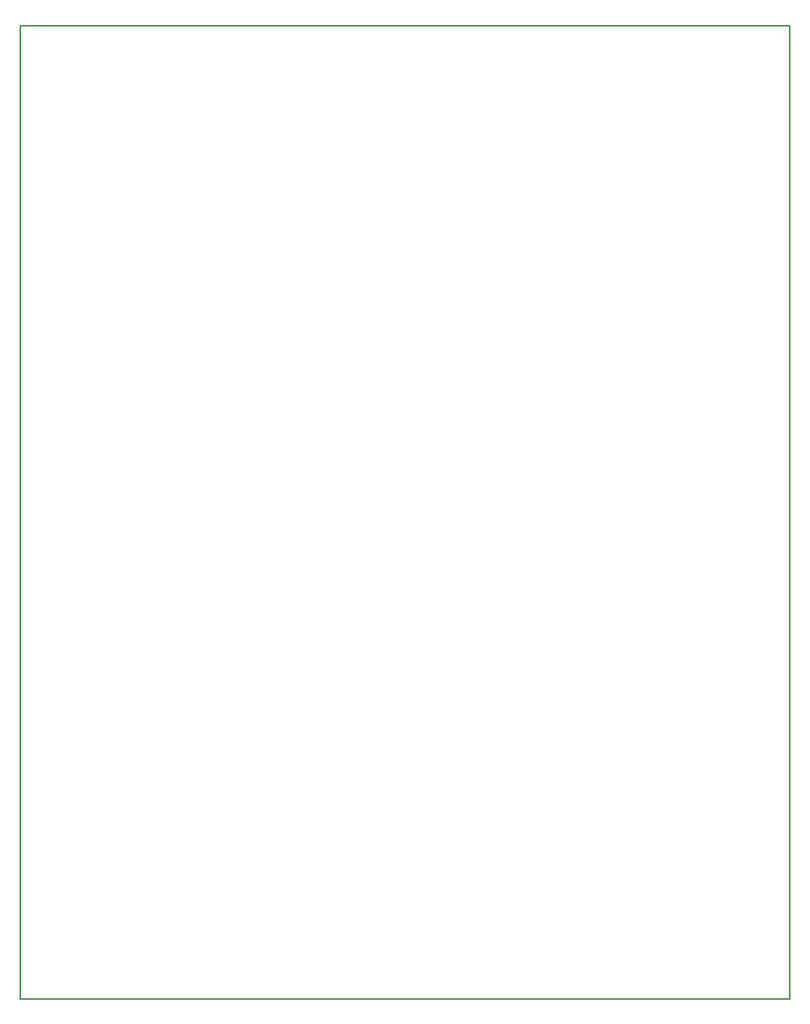
<source format=gbr>
%TF.GenerationSoftware,KiCad,Pcbnew,9.0.1*%
%TF.CreationDate,2025-07-17T11:03:30+03:00*%
%TF.ProjectId,deneme3,64656e65-6d65-4332-9e6b-696361645f70,rev?*%
%TF.SameCoordinates,Original*%
%TF.FileFunction,Profile,NP*%
%FSLAX46Y46*%
G04 Gerber Fmt 4.6, Leading zero omitted, Abs format (unit mm)*
G04 Created by KiCad (PCBNEW 9.0.1) date 2025-07-17 11:03:30*
%MOMM*%
%LPD*%
G01*
G04 APERTURE LIST*
%TA.AperFunction,Profile*%
%ADD10C,0.200000*%
%TD*%
G04 APERTURE END LIST*
D10*
X108000000Y-44500000D02*
X191500000Y-44500000D01*
X191500000Y-150000000D01*
X108000000Y-150000000D01*
X108000000Y-44500000D01*
M02*

</source>
